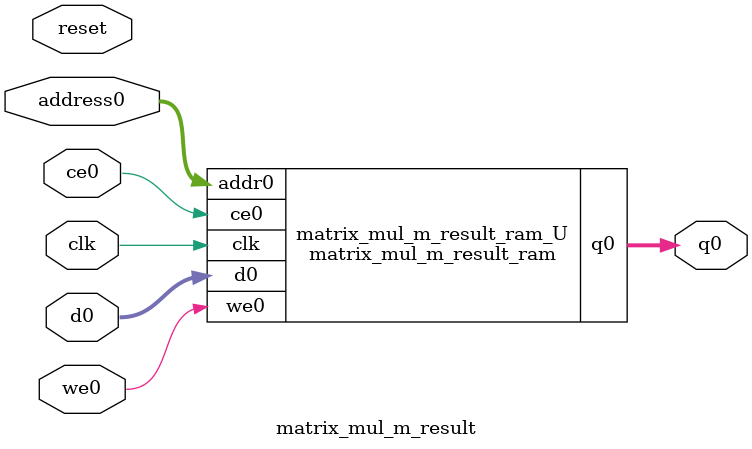
<source format=v>

`timescale 1 ns / 1 ps
module matrix_mul_m_result_ram (addr0, ce0, d0, we0, q0,  clk);

parameter DWIDTH = 32;
parameter AWIDTH = 17;
parameter MEM_SIZE = 90000;

input[AWIDTH-1:0] addr0;
input ce0;
input[DWIDTH-1:0] d0;
input we0;
output reg[DWIDTH-1:0] q0;
input clk;

(* ram_style = "block" *)reg [DWIDTH-1:0] ram[MEM_SIZE-1:0];




always @(posedge clk)  
begin 
    if (ce0) 
    begin
        if (we0) 
        begin 
            ram[addr0] <= d0; 
            q0 <= d0;
        end 
        else 
            q0 <= ram[addr0];
    end
end


endmodule


`timescale 1 ns / 1 ps
module matrix_mul_m_result(
    reset,
    clk,
    address0,
    ce0,
    we0,
    d0,
    q0);

parameter DataWidth = 32'd32;
parameter AddressRange = 32'd90000;
parameter AddressWidth = 32'd17;
input reset;
input clk;
input[AddressWidth - 1:0] address0;
input ce0;
input we0;
input[DataWidth - 1:0] d0;
output[DataWidth - 1:0] q0;



matrix_mul_m_result_ram matrix_mul_m_result_ram_U(
    .clk( clk ),
    .addr0( address0 ),
    .ce0( ce0 ),
    .d0( d0 ),
    .we0( we0 ),
    .q0( q0 ));

endmodule


</source>
